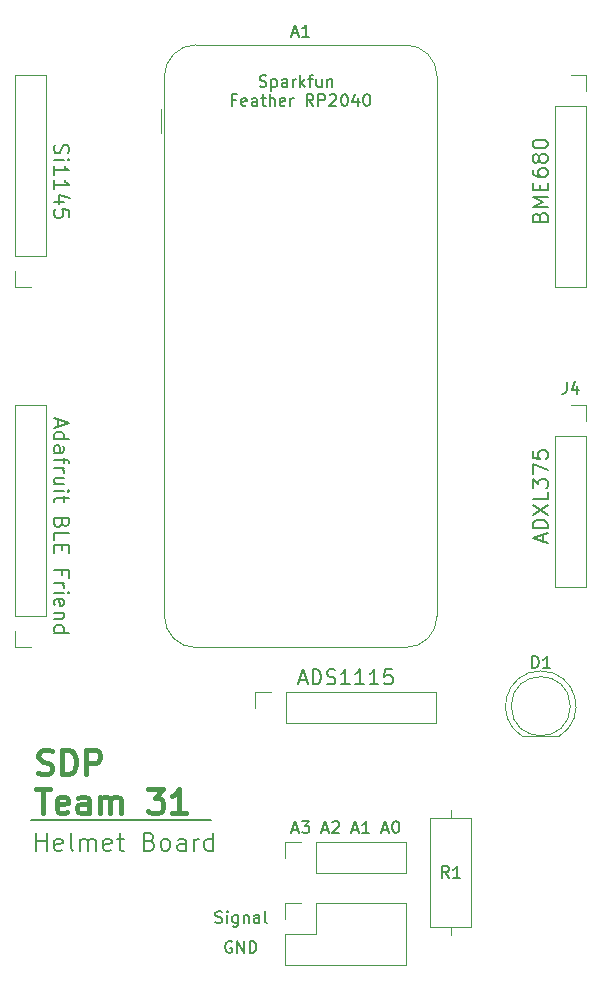
<source format=gto>
G04 #@! TF.GenerationSoftware,KiCad,Pcbnew,(6.0.7)*
G04 #@! TF.CreationDate,2022-11-06T18:43:16-05:00*
G04 #@! TF.ProjectId,MDR_Breakout_Board,4d44525f-4272-4656-916b-6f75745f426f,rev?*
G04 #@! TF.SameCoordinates,Original*
G04 #@! TF.FileFunction,Legend,Top*
G04 #@! TF.FilePolarity,Positive*
%FSLAX46Y46*%
G04 Gerber Fmt 4.6, Leading zero omitted, Abs format (unit mm)*
G04 Created by KiCad (PCBNEW (6.0.7)) date 2022-11-06 18:43:16*
%MOMM*%
%LPD*%
G01*
G04 APERTURE LIST*
%ADD10C,0.150000*%
%ADD11C,0.190500*%
%ADD12C,0.406400*%
%ADD13C,0.120000*%
%ADD14C,7.500000*%
%ADD15R,1.700000X1.700000*%
%ADD16O,1.700000X1.700000*%
%ADD17R,1.800000X1.800000*%
%ADD18C,1.800000*%
%ADD19C,1.600000*%
%ADD20O,1.600000X1.600000*%
%ADD21R,1.600000X1.600000*%
G04 APERTURE END LIST*
D10*
X139700000Y-132715000D02*
X154940000Y-132715000D01*
D11*
X182789285Y-81643809D02*
X182849761Y-81462380D01*
X182910238Y-81401904D01*
X183031190Y-81341428D01*
X183212619Y-81341428D01*
X183333571Y-81401904D01*
X183394047Y-81462380D01*
X183454523Y-81583333D01*
X183454523Y-82067142D01*
X182184523Y-82067142D01*
X182184523Y-81643809D01*
X182245000Y-81522857D01*
X182305476Y-81462380D01*
X182426428Y-81401904D01*
X182547380Y-81401904D01*
X182668333Y-81462380D01*
X182728809Y-81522857D01*
X182789285Y-81643809D01*
X182789285Y-82067142D01*
X183454523Y-80797142D02*
X182184523Y-80797142D01*
X183091666Y-80373809D01*
X182184523Y-79950476D01*
X183454523Y-79950476D01*
X182789285Y-79345714D02*
X182789285Y-78922380D01*
X183454523Y-78740952D02*
X183454523Y-79345714D01*
X182184523Y-79345714D01*
X182184523Y-78740952D01*
X182184523Y-77652380D02*
X182184523Y-77894285D01*
X182245000Y-78015238D01*
X182305476Y-78075714D01*
X182486904Y-78196666D01*
X182728809Y-78257142D01*
X183212619Y-78257142D01*
X183333571Y-78196666D01*
X183394047Y-78136190D01*
X183454523Y-78015238D01*
X183454523Y-77773333D01*
X183394047Y-77652380D01*
X183333571Y-77591904D01*
X183212619Y-77531428D01*
X182910238Y-77531428D01*
X182789285Y-77591904D01*
X182728809Y-77652380D01*
X182668333Y-77773333D01*
X182668333Y-78015238D01*
X182728809Y-78136190D01*
X182789285Y-78196666D01*
X182910238Y-78257142D01*
X182728809Y-76805714D02*
X182668333Y-76926666D01*
X182607857Y-76987142D01*
X182486904Y-77047619D01*
X182426428Y-77047619D01*
X182305476Y-76987142D01*
X182245000Y-76926666D01*
X182184523Y-76805714D01*
X182184523Y-76563809D01*
X182245000Y-76442857D01*
X182305476Y-76382380D01*
X182426428Y-76321904D01*
X182486904Y-76321904D01*
X182607857Y-76382380D01*
X182668333Y-76442857D01*
X182728809Y-76563809D01*
X182728809Y-76805714D01*
X182789285Y-76926666D01*
X182849761Y-76987142D01*
X182970714Y-77047619D01*
X183212619Y-77047619D01*
X183333571Y-76987142D01*
X183394047Y-76926666D01*
X183454523Y-76805714D01*
X183454523Y-76563809D01*
X183394047Y-76442857D01*
X183333571Y-76382380D01*
X183212619Y-76321904D01*
X182970714Y-76321904D01*
X182849761Y-76382380D01*
X182789285Y-76442857D01*
X182728809Y-76563809D01*
X182184523Y-75535714D02*
X182184523Y-75414761D01*
X182245000Y-75293809D01*
X182305476Y-75233333D01*
X182426428Y-75172857D01*
X182668333Y-75112380D01*
X182970714Y-75112380D01*
X183212619Y-75172857D01*
X183333571Y-75233333D01*
X183394047Y-75293809D01*
X183454523Y-75414761D01*
X183454523Y-75535714D01*
X183394047Y-75656666D01*
X183333571Y-75717142D01*
X183212619Y-75777619D01*
X182970714Y-75838095D01*
X182668333Y-75838095D01*
X182426428Y-75777619D01*
X182305476Y-75717142D01*
X182245000Y-75656666D01*
X182184523Y-75535714D01*
D10*
X164385714Y-133516666D02*
X164861904Y-133516666D01*
X164290476Y-133802380D02*
X164623809Y-132802380D01*
X164957142Y-133802380D01*
X165242857Y-132897619D02*
X165290476Y-132850000D01*
X165385714Y-132802380D01*
X165623809Y-132802380D01*
X165719047Y-132850000D01*
X165766666Y-132897619D01*
X165814285Y-132992857D01*
X165814285Y-133088095D01*
X165766666Y-133230952D01*
X165195238Y-133802380D01*
X165814285Y-133802380D01*
D11*
X162408809Y-120861666D02*
X163013571Y-120861666D01*
X162287857Y-121224523D02*
X162711190Y-119954523D01*
X163134523Y-121224523D01*
X163557857Y-121224523D02*
X163557857Y-119954523D01*
X163860238Y-119954523D01*
X164041666Y-120015000D01*
X164162619Y-120135952D01*
X164223095Y-120256904D01*
X164283571Y-120498809D01*
X164283571Y-120680238D01*
X164223095Y-120922142D01*
X164162619Y-121043095D01*
X164041666Y-121164047D01*
X163860238Y-121224523D01*
X163557857Y-121224523D01*
X164767380Y-121164047D02*
X164948809Y-121224523D01*
X165251190Y-121224523D01*
X165372142Y-121164047D01*
X165432619Y-121103571D01*
X165493095Y-120982619D01*
X165493095Y-120861666D01*
X165432619Y-120740714D01*
X165372142Y-120680238D01*
X165251190Y-120619761D01*
X165009285Y-120559285D01*
X164888333Y-120498809D01*
X164827857Y-120438333D01*
X164767380Y-120317380D01*
X164767380Y-120196428D01*
X164827857Y-120075476D01*
X164888333Y-120015000D01*
X165009285Y-119954523D01*
X165311666Y-119954523D01*
X165493095Y-120015000D01*
X166702619Y-121224523D02*
X165976904Y-121224523D01*
X166339761Y-121224523D02*
X166339761Y-119954523D01*
X166218809Y-120135952D01*
X166097857Y-120256904D01*
X165976904Y-120317380D01*
X167912142Y-121224523D02*
X167186428Y-121224523D01*
X167549285Y-121224523D02*
X167549285Y-119954523D01*
X167428333Y-120135952D01*
X167307380Y-120256904D01*
X167186428Y-120317380D01*
X169121666Y-121224523D02*
X168395952Y-121224523D01*
X168758809Y-121224523D02*
X168758809Y-119954523D01*
X168637857Y-120135952D01*
X168516904Y-120256904D01*
X168395952Y-120317380D01*
X170270714Y-119954523D02*
X169665952Y-119954523D01*
X169605476Y-120559285D01*
X169665952Y-120498809D01*
X169786904Y-120438333D01*
X170089285Y-120438333D01*
X170210238Y-120498809D01*
X170270714Y-120559285D01*
X170331190Y-120680238D01*
X170331190Y-120982619D01*
X170270714Y-121103571D01*
X170210238Y-121164047D01*
X170089285Y-121224523D01*
X169786904Y-121224523D01*
X169665952Y-121164047D01*
X169605476Y-121103571D01*
X183091666Y-109160476D02*
X183091666Y-108555714D01*
X183454523Y-109281428D02*
X182184523Y-108858095D01*
X183454523Y-108434761D01*
X183454523Y-108011428D02*
X182184523Y-108011428D01*
X182184523Y-107709047D01*
X182245000Y-107527619D01*
X182365952Y-107406666D01*
X182486904Y-107346190D01*
X182728809Y-107285714D01*
X182910238Y-107285714D01*
X183152142Y-107346190D01*
X183273095Y-107406666D01*
X183394047Y-107527619D01*
X183454523Y-107709047D01*
X183454523Y-108011428D01*
X182184523Y-106862380D02*
X183454523Y-106015714D01*
X182184523Y-106015714D02*
X183454523Y-106862380D01*
X183454523Y-104927142D02*
X183454523Y-105531904D01*
X182184523Y-105531904D01*
X182184523Y-104624761D02*
X182184523Y-103838571D01*
X182668333Y-104261904D01*
X182668333Y-104080476D01*
X182728809Y-103959523D01*
X182789285Y-103899047D01*
X182910238Y-103838571D01*
X183212619Y-103838571D01*
X183333571Y-103899047D01*
X183394047Y-103959523D01*
X183454523Y-104080476D01*
X183454523Y-104443333D01*
X183394047Y-104564285D01*
X183333571Y-104624761D01*
X182184523Y-103415238D02*
X182184523Y-102568571D01*
X183454523Y-103112857D01*
X182184523Y-101480000D02*
X182184523Y-102084761D01*
X182789285Y-102145238D01*
X182728809Y-102084761D01*
X182668333Y-101963809D01*
X182668333Y-101661428D01*
X182728809Y-101540476D01*
X182789285Y-101480000D01*
X182910238Y-101419523D01*
X183212619Y-101419523D01*
X183333571Y-101480000D01*
X183394047Y-101540476D01*
X183454523Y-101661428D01*
X183454523Y-101963809D01*
X183394047Y-102084761D01*
X183333571Y-102145238D01*
X140186682Y-135309428D02*
X140186682Y-133785428D01*
X140186682Y-134511142D02*
X141057539Y-134511142D01*
X141057539Y-135309428D02*
X141057539Y-133785428D01*
X142363825Y-135236857D02*
X142218682Y-135309428D01*
X141928396Y-135309428D01*
X141783253Y-135236857D01*
X141710682Y-135091714D01*
X141710682Y-134511142D01*
X141783253Y-134366000D01*
X141928396Y-134293428D01*
X142218682Y-134293428D01*
X142363825Y-134366000D01*
X142436396Y-134511142D01*
X142436396Y-134656285D01*
X141710682Y-134801428D01*
X143307253Y-135309428D02*
X143162110Y-135236857D01*
X143089539Y-135091714D01*
X143089539Y-133785428D01*
X143887825Y-135309428D02*
X143887825Y-134293428D01*
X143887825Y-134438571D02*
X143960396Y-134366000D01*
X144105539Y-134293428D01*
X144323253Y-134293428D01*
X144468396Y-134366000D01*
X144540967Y-134511142D01*
X144540967Y-135309428D01*
X144540967Y-134511142D02*
X144613539Y-134366000D01*
X144758682Y-134293428D01*
X144976396Y-134293428D01*
X145121539Y-134366000D01*
X145194110Y-134511142D01*
X145194110Y-135309428D01*
X146500396Y-135236857D02*
X146355253Y-135309428D01*
X146064967Y-135309428D01*
X145919825Y-135236857D01*
X145847253Y-135091714D01*
X145847253Y-134511142D01*
X145919825Y-134366000D01*
X146064967Y-134293428D01*
X146355253Y-134293428D01*
X146500396Y-134366000D01*
X146572967Y-134511142D01*
X146572967Y-134656285D01*
X145847253Y-134801428D01*
X147008396Y-134293428D02*
X147588967Y-134293428D01*
X147226110Y-133785428D02*
X147226110Y-135091714D01*
X147298682Y-135236857D01*
X147443825Y-135309428D01*
X147588967Y-135309428D01*
X149766110Y-134511142D02*
X149983825Y-134583714D01*
X150056396Y-134656285D01*
X150128967Y-134801428D01*
X150128967Y-135019142D01*
X150056396Y-135164285D01*
X149983825Y-135236857D01*
X149838682Y-135309428D01*
X149258110Y-135309428D01*
X149258110Y-133785428D01*
X149766110Y-133785428D01*
X149911253Y-133858000D01*
X149983825Y-133930571D01*
X150056396Y-134075714D01*
X150056396Y-134220857D01*
X149983825Y-134366000D01*
X149911253Y-134438571D01*
X149766110Y-134511142D01*
X149258110Y-134511142D01*
X150999825Y-135309428D02*
X150854682Y-135236857D01*
X150782110Y-135164285D01*
X150709539Y-135019142D01*
X150709539Y-134583714D01*
X150782110Y-134438571D01*
X150854682Y-134366000D01*
X150999825Y-134293428D01*
X151217539Y-134293428D01*
X151362682Y-134366000D01*
X151435253Y-134438571D01*
X151507825Y-134583714D01*
X151507825Y-135019142D01*
X151435253Y-135164285D01*
X151362682Y-135236857D01*
X151217539Y-135309428D01*
X150999825Y-135309428D01*
X152814110Y-135309428D02*
X152814110Y-134511142D01*
X152741539Y-134366000D01*
X152596396Y-134293428D01*
X152306110Y-134293428D01*
X152160967Y-134366000D01*
X152814110Y-135236857D02*
X152668967Y-135309428D01*
X152306110Y-135309428D01*
X152160967Y-135236857D01*
X152088396Y-135091714D01*
X152088396Y-134946571D01*
X152160967Y-134801428D01*
X152306110Y-134728857D01*
X152668967Y-134728857D01*
X152814110Y-134656285D01*
X153539825Y-135309428D02*
X153539825Y-134293428D01*
X153539825Y-134583714D02*
X153612396Y-134438571D01*
X153684967Y-134366000D01*
X153830110Y-134293428D01*
X153975253Y-134293428D01*
X155136396Y-135309428D02*
X155136396Y-133785428D01*
X155136396Y-135236857D02*
X154991253Y-135309428D01*
X154700967Y-135309428D01*
X154555825Y-135236857D01*
X154483253Y-135164285D01*
X154410682Y-135019142D01*
X154410682Y-134583714D01*
X154483253Y-134438571D01*
X154555825Y-134366000D01*
X154700967Y-134293428D01*
X154991253Y-134293428D01*
X155136396Y-134366000D01*
X141725952Y-75535714D02*
X141665476Y-75717142D01*
X141665476Y-76019523D01*
X141725952Y-76140476D01*
X141786428Y-76200952D01*
X141907380Y-76261428D01*
X142028333Y-76261428D01*
X142149285Y-76200952D01*
X142209761Y-76140476D01*
X142270238Y-76019523D01*
X142330714Y-75777619D01*
X142391190Y-75656666D01*
X142451666Y-75596190D01*
X142572619Y-75535714D01*
X142693571Y-75535714D01*
X142814523Y-75596190D01*
X142875000Y-75656666D01*
X142935476Y-75777619D01*
X142935476Y-76080000D01*
X142875000Y-76261428D01*
X141665476Y-76805714D02*
X142512142Y-76805714D01*
X142935476Y-76805714D02*
X142875000Y-76745238D01*
X142814523Y-76805714D01*
X142875000Y-76866190D01*
X142935476Y-76805714D01*
X142814523Y-76805714D01*
X141665476Y-78075714D02*
X141665476Y-77350000D01*
X141665476Y-77712857D02*
X142935476Y-77712857D01*
X142754047Y-77591904D01*
X142633095Y-77470952D01*
X142572619Y-77350000D01*
X141665476Y-79285238D02*
X141665476Y-78559523D01*
X141665476Y-78922380D02*
X142935476Y-78922380D01*
X142754047Y-78801428D01*
X142633095Y-78680476D01*
X142572619Y-78559523D01*
X142512142Y-80373809D02*
X141665476Y-80373809D01*
X142995952Y-80071428D02*
X142088809Y-79769047D01*
X142088809Y-80555238D01*
X142935476Y-81643809D02*
X142935476Y-81039047D01*
X142330714Y-80978571D01*
X142391190Y-81039047D01*
X142451666Y-81160000D01*
X142451666Y-81462380D01*
X142391190Y-81583333D01*
X142330714Y-81643809D01*
X142209761Y-81704285D01*
X141907380Y-81704285D01*
X141786428Y-81643809D01*
X141725952Y-81583333D01*
X141665476Y-81462380D01*
X141665476Y-81160000D01*
X141725952Y-81039047D01*
X141786428Y-80978571D01*
D10*
X155337142Y-141374761D02*
X155480000Y-141422380D01*
X155718095Y-141422380D01*
X155813333Y-141374761D01*
X155860952Y-141327142D01*
X155908571Y-141231904D01*
X155908571Y-141136666D01*
X155860952Y-141041428D01*
X155813333Y-140993809D01*
X155718095Y-140946190D01*
X155527619Y-140898571D01*
X155432380Y-140850952D01*
X155384761Y-140803333D01*
X155337142Y-140708095D01*
X155337142Y-140612857D01*
X155384761Y-140517619D01*
X155432380Y-140470000D01*
X155527619Y-140422380D01*
X155765714Y-140422380D01*
X155908571Y-140470000D01*
X156337142Y-141422380D02*
X156337142Y-140755714D01*
X156337142Y-140422380D02*
X156289523Y-140470000D01*
X156337142Y-140517619D01*
X156384761Y-140470000D01*
X156337142Y-140422380D01*
X156337142Y-140517619D01*
X157241904Y-140755714D02*
X157241904Y-141565238D01*
X157194285Y-141660476D01*
X157146666Y-141708095D01*
X157051428Y-141755714D01*
X156908571Y-141755714D01*
X156813333Y-141708095D01*
X157241904Y-141374761D02*
X157146666Y-141422380D01*
X156956190Y-141422380D01*
X156860952Y-141374761D01*
X156813333Y-141327142D01*
X156765714Y-141231904D01*
X156765714Y-140946190D01*
X156813333Y-140850952D01*
X156860952Y-140803333D01*
X156956190Y-140755714D01*
X157146666Y-140755714D01*
X157241904Y-140803333D01*
X157718095Y-140755714D02*
X157718095Y-141422380D01*
X157718095Y-140850952D02*
X157765714Y-140803333D01*
X157860952Y-140755714D01*
X158003809Y-140755714D01*
X158099047Y-140803333D01*
X158146666Y-140898571D01*
X158146666Y-141422380D01*
X159051428Y-141422380D02*
X159051428Y-140898571D01*
X159003809Y-140803333D01*
X158908571Y-140755714D01*
X158718095Y-140755714D01*
X158622857Y-140803333D01*
X159051428Y-141374761D02*
X158956190Y-141422380D01*
X158718095Y-141422380D01*
X158622857Y-141374761D01*
X158575238Y-141279523D01*
X158575238Y-141184285D01*
X158622857Y-141089047D01*
X158718095Y-141041428D01*
X158956190Y-141041428D01*
X159051428Y-140993809D01*
X159670476Y-141422380D02*
X159575238Y-141374761D01*
X159527619Y-141279523D01*
X159527619Y-140422380D01*
X159083809Y-70599761D02*
X159226666Y-70647380D01*
X159464761Y-70647380D01*
X159560000Y-70599761D01*
X159607619Y-70552142D01*
X159655238Y-70456904D01*
X159655238Y-70361666D01*
X159607619Y-70266428D01*
X159560000Y-70218809D01*
X159464761Y-70171190D01*
X159274285Y-70123571D01*
X159179047Y-70075952D01*
X159131428Y-70028333D01*
X159083809Y-69933095D01*
X159083809Y-69837857D01*
X159131428Y-69742619D01*
X159179047Y-69695000D01*
X159274285Y-69647380D01*
X159512380Y-69647380D01*
X159655238Y-69695000D01*
X160083809Y-69980714D02*
X160083809Y-70980714D01*
X160083809Y-70028333D02*
X160179047Y-69980714D01*
X160369523Y-69980714D01*
X160464761Y-70028333D01*
X160512380Y-70075952D01*
X160560000Y-70171190D01*
X160560000Y-70456904D01*
X160512380Y-70552142D01*
X160464761Y-70599761D01*
X160369523Y-70647380D01*
X160179047Y-70647380D01*
X160083809Y-70599761D01*
X161417142Y-70647380D02*
X161417142Y-70123571D01*
X161369523Y-70028333D01*
X161274285Y-69980714D01*
X161083809Y-69980714D01*
X160988571Y-70028333D01*
X161417142Y-70599761D02*
X161321904Y-70647380D01*
X161083809Y-70647380D01*
X160988571Y-70599761D01*
X160940952Y-70504523D01*
X160940952Y-70409285D01*
X160988571Y-70314047D01*
X161083809Y-70266428D01*
X161321904Y-70266428D01*
X161417142Y-70218809D01*
X161893333Y-70647380D02*
X161893333Y-69980714D01*
X161893333Y-70171190D02*
X161940952Y-70075952D01*
X161988571Y-70028333D01*
X162083809Y-69980714D01*
X162179047Y-69980714D01*
X162512380Y-70647380D02*
X162512380Y-69647380D01*
X162607619Y-70266428D02*
X162893333Y-70647380D01*
X162893333Y-69980714D02*
X162512380Y-70361666D01*
X163179047Y-69980714D02*
X163560000Y-69980714D01*
X163321904Y-70647380D02*
X163321904Y-69790238D01*
X163369523Y-69695000D01*
X163464761Y-69647380D01*
X163560000Y-69647380D01*
X164321904Y-69980714D02*
X164321904Y-70647380D01*
X163893333Y-69980714D02*
X163893333Y-70504523D01*
X163940952Y-70599761D01*
X164036190Y-70647380D01*
X164179047Y-70647380D01*
X164274285Y-70599761D01*
X164321904Y-70552142D01*
X164798095Y-69980714D02*
X164798095Y-70647380D01*
X164798095Y-70075952D02*
X164845714Y-70028333D01*
X164940952Y-69980714D01*
X165083809Y-69980714D01*
X165179047Y-70028333D01*
X165226666Y-70123571D01*
X165226666Y-70647380D01*
X157060000Y-71733571D02*
X156726666Y-71733571D01*
X156726666Y-72257380D02*
X156726666Y-71257380D01*
X157202857Y-71257380D01*
X157964761Y-72209761D02*
X157869523Y-72257380D01*
X157679047Y-72257380D01*
X157583809Y-72209761D01*
X157536190Y-72114523D01*
X157536190Y-71733571D01*
X157583809Y-71638333D01*
X157679047Y-71590714D01*
X157869523Y-71590714D01*
X157964761Y-71638333D01*
X158012380Y-71733571D01*
X158012380Y-71828809D01*
X157536190Y-71924047D01*
X158869523Y-72257380D02*
X158869523Y-71733571D01*
X158821904Y-71638333D01*
X158726666Y-71590714D01*
X158536190Y-71590714D01*
X158440952Y-71638333D01*
X158869523Y-72209761D02*
X158774285Y-72257380D01*
X158536190Y-72257380D01*
X158440952Y-72209761D01*
X158393333Y-72114523D01*
X158393333Y-72019285D01*
X158440952Y-71924047D01*
X158536190Y-71876428D01*
X158774285Y-71876428D01*
X158869523Y-71828809D01*
X159202857Y-71590714D02*
X159583809Y-71590714D01*
X159345714Y-71257380D02*
X159345714Y-72114523D01*
X159393333Y-72209761D01*
X159488571Y-72257380D01*
X159583809Y-72257380D01*
X159917142Y-72257380D02*
X159917142Y-71257380D01*
X160345714Y-72257380D02*
X160345714Y-71733571D01*
X160298095Y-71638333D01*
X160202857Y-71590714D01*
X160060000Y-71590714D01*
X159964761Y-71638333D01*
X159917142Y-71685952D01*
X161202857Y-72209761D02*
X161107619Y-72257380D01*
X160917142Y-72257380D01*
X160821904Y-72209761D01*
X160774285Y-72114523D01*
X160774285Y-71733571D01*
X160821904Y-71638333D01*
X160917142Y-71590714D01*
X161107619Y-71590714D01*
X161202857Y-71638333D01*
X161250476Y-71733571D01*
X161250476Y-71828809D01*
X160774285Y-71924047D01*
X161679047Y-72257380D02*
X161679047Y-71590714D01*
X161679047Y-71781190D02*
X161726666Y-71685952D01*
X161774285Y-71638333D01*
X161869523Y-71590714D01*
X161964761Y-71590714D01*
X163631428Y-72257380D02*
X163298095Y-71781190D01*
X163060000Y-72257380D02*
X163060000Y-71257380D01*
X163440952Y-71257380D01*
X163536190Y-71305000D01*
X163583809Y-71352619D01*
X163631428Y-71447857D01*
X163631428Y-71590714D01*
X163583809Y-71685952D01*
X163536190Y-71733571D01*
X163440952Y-71781190D01*
X163060000Y-71781190D01*
X164060000Y-72257380D02*
X164060000Y-71257380D01*
X164440952Y-71257380D01*
X164536190Y-71305000D01*
X164583809Y-71352619D01*
X164631428Y-71447857D01*
X164631428Y-71590714D01*
X164583809Y-71685952D01*
X164536190Y-71733571D01*
X164440952Y-71781190D01*
X164060000Y-71781190D01*
X165012380Y-71352619D02*
X165060000Y-71305000D01*
X165155238Y-71257380D01*
X165393333Y-71257380D01*
X165488571Y-71305000D01*
X165536190Y-71352619D01*
X165583809Y-71447857D01*
X165583809Y-71543095D01*
X165536190Y-71685952D01*
X164964761Y-72257380D01*
X165583809Y-72257380D01*
X166202857Y-71257380D02*
X166298095Y-71257380D01*
X166393333Y-71305000D01*
X166440952Y-71352619D01*
X166488571Y-71447857D01*
X166536190Y-71638333D01*
X166536190Y-71876428D01*
X166488571Y-72066904D01*
X166440952Y-72162142D01*
X166393333Y-72209761D01*
X166298095Y-72257380D01*
X166202857Y-72257380D01*
X166107619Y-72209761D01*
X166060000Y-72162142D01*
X166012380Y-72066904D01*
X165964761Y-71876428D01*
X165964761Y-71638333D01*
X166012380Y-71447857D01*
X166060000Y-71352619D01*
X166107619Y-71305000D01*
X166202857Y-71257380D01*
X167393333Y-71590714D02*
X167393333Y-72257380D01*
X167155238Y-71209761D02*
X166917142Y-71924047D01*
X167536190Y-71924047D01*
X168107619Y-71257380D02*
X168202857Y-71257380D01*
X168298095Y-71305000D01*
X168345714Y-71352619D01*
X168393333Y-71447857D01*
X168440952Y-71638333D01*
X168440952Y-71876428D01*
X168393333Y-72066904D01*
X168345714Y-72162142D01*
X168298095Y-72209761D01*
X168202857Y-72257380D01*
X168107619Y-72257380D01*
X168012380Y-72209761D01*
X167964761Y-72162142D01*
X167917142Y-72066904D01*
X167869523Y-71876428D01*
X167869523Y-71638333D01*
X167917142Y-71447857D01*
X167964761Y-71352619D01*
X168012380Y-71305000D01*
X168107619Y-71257380D01*
D12*
X140351207Y-128726716D02*
X140641493Y-128823478D01*
X141125302Y-128823478D01*
X141318826Y-128726716D01*
X141415588Y-128629954D01*
X141512350Y-128436430D01*
X141512350Y-128242906D01*
X141415588Y-128049382D01*
X141318826Y-127952620D01*
X141125302Y-127855859D01*
X140738255Y-127759097D01*
X140544731Y-127662335D01*
X140447969Y-127565573D01*
X140351207Y-127372049D01*
X140351207Y-127178525D01*
X140447969Y-126985001D01*
X140544731Y-126888240D01*
X140738255Y-126791478D01*
X141222064Y-126791478D01*
X141512350Y-126888240D01*
X142383207Y-128823478D02*
X142383207Y-126791478D01*
X142867017Y-126791478D01*
X143157302Y-126888240D01*
X143350826Y-127081763D01*
X143447588Y-127275287D01*
X143544350Y-127662335D01*
X143544350Y-127952620D01*
X143447588Y-128339668D01*
X143350826Y-128533192D01*
X143157302Y-128726716D01*
X142867017Y-128823478D01*
X142383207Y-128823478D01*
X144415207Y-128823478D02*
X144415207Y-126791478D01*
X145189302Y-126791478D01*
X145382826Y-126888240D01*
X145479588Y-126985001D01*
X145576350Y-127178525D01*
X145576350Y-127468811D01*
X145479588Y-127662335D01*
X145382826Y-127759097D01*
X145189302Y-127855859D01*
X144415207Y-127855859D01*
X140157683Y-130062998D02*
X141318826Y-130062998D01*
X140738255Y-132094998D02*
X140738255Y-130062998D01*
X142770255Y-131998236D02*
X142576731Y-132094998D01*
X142189683Y-132094998D01*
X141996160Y-131998236D01*
X141899398Y-131804712D01*
X141899398Y-131030617D01*
X141996160Y-130837093D01*
X142189683Y-130740331D01*
X142576731Y-130740331D01*
X142770255Y-130837093D01*
X142867017Y-131030617D01*
X142867017Y-131224140D01*
X141899398Y-131417664D01*
X144608731Y-132094998D02*
X144608731Y-131030617D01*
X144511969Y-130837093D01*
X144318445Y-130740331D01*
X143931398Y-130740331D01*
X143737874Y-130837093D01*
X144608731Y-131998236D02*
X144415207Y-132094998D01*
X143931398Y-132094998D01*
X143737874Y-131998236D01*
X143641112Y-131804712D01*
X143641112Y-131611188D01*
X143737874Y-131417664D01*
X143931398Y-131320902D01*
X144415207Y-131320902D01*
X144608731Y-131224140D01*
X145576350Y-132094998D02*
X145576350Y-130740331D01*
X145576350Y-130933855D02*
X145673112Y-130837093D01*
X145866636Y-130740331D01*
X146156921Y-130740331D01*
X146350445Y-130837093D01*
X146447207Y-131030617D01*
X146447207Y-132094998D01*
X146447207Y-131030617D02*
X146543969Y-130837093D01*
X146737493Y-130740331D01*
X147027779Y-130740331D01*
X147221302Y-130837093D01*
X147318064Y-131030617D01*
X147318064Y-132094998D01*
X149640350Y-130062998D02*
X150898255Y-130062998D01*
X150220921Y-130837093D01*
X150511207Y-130837093D01*
X150704731Y-130933855D01*
X150801493Y-131030617D01*
X150898255Y-131224140D01*
X150898255Y-131707950D01*
X150801493Y-131901474D01*
X150704731Y-131998236D01*
X150511207Y-132094998D01*
X149930636Y-132094998D01*
X149737112Y-131998236D01*
X149640350Y-131901474D01*
X152833493Y-132094998D02*
X151672350Y-132094998D01*
X152252921Y-132094998D02*
X152252921Y-130062998D01*
X152059398Y-130353283D01*
X151865874Y-130546807D01*
X151672350Y-130643569D01*
D10*
X166925714Y-133516666D02*
X167401904Y-133516666D01*
X166830476Y-133802380D02*
X167163809Y-132802380D01*
X167497142Y-133802380D01*
X168354285Y-133802380D02*
X167782857Y-133802380D01*
X168068571Y-133802380D02*
X168068571Y-132802380D01*
X167973333Y-132945238D01*
X167878095Y-133040476D01*
X167782857Y-133088095D01*
X156718095Y-143010000D02*
X156622857Y-142962380D01*
X156480000Y-142962380D01*
X156337142Y-143010000D01*
X156241904Y-143105238D01*
X156194285Y-143200476D01*
X156146666Y-143390952D01*
X156146666Y-143533809D01*
X156194285Y-143724285D01*
X156241904Y-143819523D01*
X156337142Y-143914761D01*
X156480000Y-143962380D01*
X156575238Y-143962380D01*
X156718095Y-143914761D01*
X156765714Y-143867142D01*
X156765714Y-143533809D01*
X156575238Y-143533809D01*
X157194285Y-143962380D02*
X157194285Y-142962380D01*
X157765714Y-143962380D01*
X157765714Y-142962380D01*
X158241904Y-143962380D02*
X158241904Y-142962380D01*
X158480000Y-142962380D01*
X158622857Y-143010000D01*
X158718095Y-143105238D01*
X158765714Y-143200476D01*
X158813333Y-143390952D01*
X158813333Y-143533809D01*
X158765714Y-143724285D01*
X158718095Y-143819523D01*
X158622857Y-143914761D01*
X158480000Y-143962380D01*
X158241904Y-143962380D01*
D11*
X142028333Y-98758571D02*
X142028333Y-99363333D01*
X141665476Y-98637619D02*
X142935476Y-99060952D01*
X141665476Y-99484285D01*
X141665476Y-100451904D02*
X142935476Y-100451904D01*
X141725952Y-100451904D02*
X141665476Y-100330952D01*
X141665476Y-100089047D01*
X141725952Y-99968095D01*
X141786428Y-99907619D01*
X141907380Y-99847142D01*
X142270238Y-99847142D01*
X142391190Y-99907619D01*
X142451666Y-99968095D01*
X142512142Y-100089047D01*
X142512142Y-100330952D01*
X142451666Y-100451904D01*
X141665476Y-101600952D02*
X142330714Y-101600952D01*
X142451666Y-101540476D01*
X142512142Y-101419523D01*
X142512142Y-101177619D01*
X142451666Y-101056666D01*
X141725952Y-101600952D02*
X141665476Y-101480000D01*
X141665476Y-101177619D01*
X141725952Y-101056666D01*
X141846904Y-100996190D01*
X141967857Y-100996190D01*
X142088809Y-101056666D01*
X142149285Y-101177619D01*
X142149285Y-101480000D01*
X142209761Y-101600952D01*
X142512142Y-102024285D02*
X142512142Y-102508095D01*
X141665476Y-102205714D02*
X142754047Y-102205714D01*
X142875000Y-102266190D01*
X142935476Y-102387142D01*
X142935476Y-102508095D01*
X141665476Y-102931428D02*
X142512142Y-102931428D01*
X142270238Y-102931428D02*
X142391190Y-102991904D01*
X142451666Y-103052380D01*
X142512142Y-103173333D01*
X142512142Y-103294285D01*
X142512142Y-104261904D02*
X141665476Y-104261904D01*
X142512142Y-103717619D02*
X141846904Y-103717619D01*
X141725952Y-103778095D01*
X141665476Y-103899047D01*
X141665476Y-104080476D01*
X141725952Y-104201428D01*
X141786428Y-104261904D01*
X141665476Y-104866666D02*
X142512142Y-104866666D01*
X142935476Y-104866666D02*
X142875000Y-104806190D01*
X142814523Y-104866666D01*
X142875000Y-104927142D01*
X142935476Y-104866666D01*
X142814523Y-104866666D01*
X142512142Y-105290000D02*
X142512142Y-105773809D01*
X142935476Y-105471428D02*
X141846904Y-105471428D01*
X141725952Y-105531904D01*
X141665476Y-105652857D01*
X141665476Y-105773809D01*
X142330714Y-107588095D02*
X142270238Y-107769523D01*
X142209761Y-107830000D01*
X142088809Y-107890476D01*
X141907380Y-107890476D01*
X141786428Y-107830000D01*
X141725952Y-107769523D01*
X141665476Y-107648571D01*
X141665476Y-107164761D01*
X142935476Y-107164761D01*
X142935476Y-107588095D01*
X142875000Y-107709047D01*
X142814523Y-107769523D01*
X142693571Y-107830000D01*
X142572619Y-107830000D01*
X142451666Y-107769523D01*
X142391190Y-107709047D01*
X142330714Y-107588095D01*
X142330714Y-107164761D01*
X141665476Y-109039523D02*
X141665476Y-108434761D01*
X142935476Y-108434761D01*
X142330714Y-109462857D02*
X142330714Y-109886190D01*
X141665476Y-110067619D02*
X141665476Y-109462857D01*
X142935476Y-109462857D01*
X142935476Y-110067619D01*
X142330714Y-112002857D02*
X142330714Y-111579523D01*
X141665476Y-111579523D02*
X142935476Y-111579523D01*
X142935476Y-112184285D01*
X141665476Y-112668095D02*
X142512142Y-112668095D01*
X142270238Y-112668095D02*
X142391190Y-112728571D01*
X142451666Y-112789047D01*
X142512142Y-112910000D01*
X142512142Y-113030952D01*
X141665476Y-113454285D02*
X142512142Y-113454285D01*
X142935476Y-113454285D02*
X142875000Y-113393809D01*
X142814523Y-113454285D01*
X142875000Y-113514761D01*
X142935476Y-113454285D01*
X142814523Y-113454285D01*
X141725952Y-114542857D02*
X141665476Y-114421904D01*
X141665476Y-114180000D01*
X141725952Y-114059047D01*
X141846904Y-113998571D01*
X142330714Y-113998571D01*
X142451666Y-114059047D01*
X142512142Y-114180000D01*
X142512142Y-114421904D01*
X142451666Y-114542857D01*
X142330714Y-114603333D01*
X142209761Y-114603333D01*
X142088809Y-113998571D01*
X142512142Y-115147619D02*
X141665476Y-115147619D01*
X142391190Y-115147619D02*
X142451666Y-115208095D01*
X142512142Y-115329047D01*
X142512142Y-115510476D01*
X142451666Y-115631428D01*
X142330714Y-115691904D01*
X141665476Y-115691904D01*
X141665476Y-116840952D02*
X142935476Y-116840952D01*
X141725952Y-116840952D02*
X141665476Y-116720000D01*
X141665476Y-116478095D01*
X141725952Y-116357142D01*
X141786428Y-116296666D01*
X141907380Y-116236190D01*
X142270238Y-116236190D01*
X142391190Y-116296666D01*
X142451666Y-116357142D01*
X142512142Y-116478095D01*
X142512142Y-116720000D01*
X142451666Y-116840952D01*
D10*
X169465714Y-133516666D02*
X169941904Y-133516666D01*
X169370476Y-133802380D02*
X169703809Y-132802380D01*
X170037142Y-133802380D01*
X170560952Y-132802380D02*
X170656190Y-132802380D01*
X170751428Y-132850000D01*
X170799047Y-132897619D01*
X170846666Y-132992857D01*
X170894285Y-133183333D01*
X170894285Y-133421428D01*
X170846666Y-133611904D01*
X170799047Y-133707142D01*
X170751428Y-133754761D01*
X170656190Y-133802380D01*
X170560952Y-133802380D01*
X170465714Y-133754761D01*
X170418095Y-133707142D01*
X170370476Y-133611904D01*
X170322857Y-133421428D01*
X170322857Y-133183333D01*
X170370476Y-132992857D01*
X170418095Y-132897619D01*
X170465714Y-132850000D01*
X170560952Y-132802380D01*
X161845714Y-133516666D02*
X162321904Y-133516666D01*
X161750476Y-133802380D02*
X162083809Y-132802380D01*
X162417142Y-133802380D01*
X162655238Y-132802380D02*
X163274285Y-132802380D01*
X162940952Y-133183333D01*
X163083809Y-133183333D01*
X163179047Y-133230952D01*
X163226666Y-133278571D01*
X163274285Y-133373809D01*
X163274285Y-133611904D01*
X163226666Y-133707142D01*
X163179047Y-133754761D01*
X163083809Y-133802380D01*
X162798095Y-133802380D01*
X162702857Y-133754761D01*
X162655238Y-133707142D01*
X185086666Y-95622380D02*
X185086666Y-96336666D01*
X185039047Y-96479523D01*
X184943809Y-96574761D01*
X184800952Y-96622380D01*
X184705714Y-96622380D01*
X185991428Y-95955714D02*
X185991428Y-96622380D01*
X185753333Y-95574761D02*
X185515238Y-96289047D01*
X186134285Y-96289047D01*
X182141904Y-119832380D02*
X182141904Y-118832380D01*
X182380000Y-118832380D01*
X182522857Y-118880000D01*
X182618095Y-118975238D01*
X182665714Y-119070476D01*
X182713333Y-119260952D01*
X182713333Y-119403809D01*
X182665714Y-119594285D01*
X182618095Y-119689523D01*
X182522857Y-119784761D01*
X182380000Y-119832380D01*
X182141904Y-119832380D01*
X183665714Y-119832380D02*
X183094285Y-119832380D01*
X183380000Y-119832380D02*
X183380000Y-118832380D01*
X183284761Y-118975238D01*
X183189523Y-119070476D01*
X183094285Y-119118095D01*
X175093333Y-137612380D02*
X174760000Y-137136190D01*
X174521904Y-137612380D02*
X174521904Y-136612380D01*
X174902857Y-136612380D01*
X174998095Y-136660000D01*
X175045714Y-136707619D01*
X175093333Y-136802857D01*
X175093333Y-136945714D01*
X175045714Y-137040952D01*
X174998095Y-137088571D01*
X174902857Y-137136190D01*
X174521904Y-137136190D01*
X176045714Y-137612380D02*
X175474285Y-137612380D01*
X175760000Y-137612380D02*
X175760000Y-136612380D01*
X175664761Y-136755238D01*
X175569523Y-136850476D01*
X175474285Y-136898095D01*
X161845714Y-66086666D02*
X162321904Y-66086666D01*
X161750476Y-66372380D02*
X162083809Y-65372380D01*
X162417142Y-66372380D01*
X163274285Y-66372380D02*
X162702857Y-66372380D01*
X162988571Y-66372380D02*
X162988571Y-65372380D01*
X162893333Y-65515238D01*
X162798095Y-65610476D01*
X162702857Y-65658095D01*
D13*
X186750000Y-100210000D02*
X186750000Y-112970000D01*
X185420000Y-97610000D02*
X186750000Y-97610000D01*
X186750000Y-97610000D02*
X186750000Y-98940000D01*
X184090000Y-100210000D02*
X186750000Y-100210000D01*
X184090000Y-100210000D02*
X184090000Y-112970000D01*
X184090000Y-112970000D02*
X186750000Y-112970000D01*
X141030000Y-69670000D02*
X138370000Y-69670000D01*
X138370000Y-87570000D02*
X138370000Y-86240000D01*
X141030000Y-84970000D02*
X138370000Y-84970000D01*
X138370000Y-84970000D02*
X138370000Y-69670000D01*
X141030000Y-84970000D02*
X141030000Y-69670000D01*
X139700000Y-87570000D02*
X138370000Y-87570000D01*
X138370000Y-115450000D02*
X138370000Y-97610000D01*
X139700000Y-118050000D02*
X138370000Y-118050000D01*
X141030000Y-97610000D02*
X138370000Y-97610000D01*
X141030000Y-115450000D02*
X141030000Y-97610000D01*
X138370000Y-118050000D02*
X138370000Y-116720000D01*
X141030000Y-115450000D02*
X138370000Y-115450000D01*
X161290000Y-121860000D02*
X174050000Y-121860000D01*
X158690000Y-123190000D02*
X158690000Y-121860000D01*
X161290000Y-124520000D02*
X161290000Y-121860000D01*
X174050000Y-124520000D02*
X174050000Y-121860000D01*
X161290000Y-124520000D02*
X174050000Y-124520000D01*
X158690000Y-121860000D02*
X160020000Y-121860000D01*
X181335000Y-125630000D02*
X184425000Y-125630000D01*
X184424830Y-125630000D02*
G75*
G03*
X182879538Y-120080000I-1544830J2560000D01*
G01*
X182880462Y-120080000D02*
G75*
G03*
X181335170Y-125630000I-462J-2990000D01*
G01*
X185380000Y-123070000D02*
G75*
G03*
X185380000Y-123070000I-2500000J0D01*
G01*
X161230000Y-134560000D02*
X162560000Y-134560000D01*
X163830000Y-137220000D02*
X163830000Y-134560000D01*
X171510000Y-137220000D02*
X171510000Y-134560000D01*
X161230000Y-135890000D02*
X161230000Y-134560000D01*
X163830000Y-134560000D02*
X171510000Y-134560000D01*
X163830000Y-137220000D02*
X171510000Y-137220000D01*
X173540000Y-132540000D02*
X173540000Y-141780000D01*
X175260000Y-131850000D02*
X175260000Y-132540000D01*
X175260000Y-142470000D02*
X175260000Y-141780000D01*
X176980000Y-132540000D02*
X173540000Y-132540000D01*
X173540000Y-141780000D02*
X176980000Y-141780000D01*
X176980000Y-141780000D02*
X176980000Y-132540000D01*
X184090000Y-72270000D02*
X184090000Y-87570000D01*
X186750000Y-72270000D02*
X186750000Y-87570000D01*
X185420000Y-69670000D02*
X186750000Y-69670000D01*
X184090000Y-87570000D02*
X186750000Y-87570000D01*
X186750000Y-69670000D02*
X186750000Y-71000000D01*
X184090000Y-72270000D02*
X186750000Y-72270000D01*
X161230000Y-141090000D02*
X161230000Y-139760000D01*
X161230000Y-142360000D02*
X163830000Y-142360000D01*
X163830000Y-139760000D02*
X171510000Y-139760000D01*
X161230000Y-144960000D02*
X171510000Y-144960000D01*
X171510000Y-144960000D02*
X171510000Y-139760000D01*
X161230000Y-139760000D02*
X162560000Y-139760000D01*
X163830000Y-142360000D02*
X163830000Y-139760000D01*
X161230000Y-144960000D02*
X161230000Y-142360000D01*
X174100000Y-69730000D02*
X174100000Y-115450000D01*
X171450000Y-118100000D02*
X153670000Y-118100000D01*
X151020000Y-69730000D02*
X151020000Y-115450000D01*
X150700000Y-74540000D02*
X150700000Y-72540000D01*
X171450000Y-67080000D02*
X153670000Y-67080000D01*
X171450000Y-118100000D02*
G75*
G03*
X174100000Y-115450000I0J2650000D01*
G01*
X153670000Y-67080000D02*
G75*
G03*
X151020000Y-69730000I0J-2650000D01*
G01*
X151020000Y-115450000D02*
G75*
G03*
X153670000Y-118100000I2650000J0D01*
G01*
X174100000Y-69730000D02*
G75*
G03*
X171450000Y-67080000I-2650000J0D01*
G01*
%LPC*%
D14*
X142240000Y-63500000D03*
D15*
X185420000Y-98940000D03*
D16*
X185420000Y-101480000D03*
X185420000Y-104020000D03*
X185420000Y-106560000D03*
X185420000Y-109100000D03*
X185420000Y-111640000D03*
D15*
X139700000Y-86240000D03*
D16*
X139700000Y-83700000D03*
X139700000Y-81160000D03*
X139700000Y-78620000D03*
X139700000Y-76080000D03*
X139700000Y-73540000D03*
X139700000Y-71000000D03*
D14*
X182880000Y-142240000D03*
X142240000Y-142240000D03*
D15*
X139700000Y-116720000D03*
D16*
X139700000Y-114180000D03*
X139700000Y-111640000D03*
X139700000Y-109100000D03*
X139700000Y-106560000D03*
X139700000Y-104020000D03*
X139700000Y-101480000D03*
X139700000Y-98940000D03*
D15*
X160020000Y-123190000D03*
D16*
X162560000Y-123190000D03*
X165100000Y-123190000D03*
X167640000Y-123190000D03*
X170180000Y-123190000D03*
X172720000Y-123190000D03*
D17*
X182880000Y-124340000D03*
D18*
X182880000Y-121800000D03*
D15*
X162560000Y-135890000D03*
D16*
X165100000Y-135890000D03*
X167640000Y-135890000D03*
X170180000Y-135890000D03*
D19*
X175260000Y-143510000D03*
D20*
X175260000Y-130810000D03*
D15*
X185420000Y-71000000D03*
D16*
X185420000Y-73540000D03*
X185420000Y-76080000D03*
X185420000Y-78620000D03*
X185420000Y-81160000D03*
X185420000Y-83700000D03*
X185420000Y-86240000D03*
D14*
X182880000Y-63500000D03*
D15*
X162560000Y-141090000D03*
D16*
X162560000Y-143630000D03*
X165100000Y-141090000D03*
X165100000Y-143630000D03*
X167640000Y-141090000D03*
X167640000Y-143630000D03*
X170180000Y-141090000D03*
X170180000Y-143630000D03*
D21*
X152400000Y-73540000D03*
D19*
X152400000Y-76080000D03*
X152400000Y-78620000D03*
X152400000Y-81160000D03*
X152400000Y-83700000D03*
X152400000Y-86240000D03*
X152400000Y-88780000D03*
X152400000Y-91320000D03*
X152400000Y-93860000D03*
X152400000Y-96400000D03*
X152400000Y-98940000D03*
X152400000Y-101480000D03*
X152400000Y-104020000D03*
X152400000Y-106560000D03*
X152400000Y-109100000D03*
X152400000Y-111640000D03*
X172720000Y-111640000D03*
X172720000Y-109100000D03*
X172720000Y-106560000D03*
X172720000Y-104020000D03*
X172720000Y-101480000D03*
X172720000Y-98940000D03*
X172720000Y-96400000D03*
X172720000Y-93860000D03*
X172720000Y-91320000D03*
X172720000Y-88780000D03*
X172720000Y-86240000D03*
X172720000Y-83700000D03*
M02*

</source>
